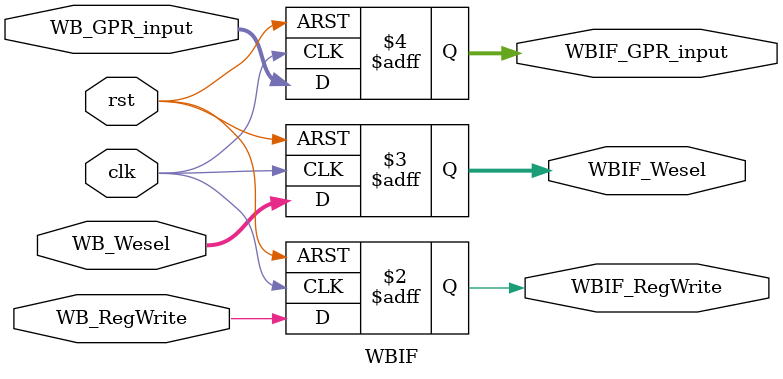
<source format=v>
module WBIF(clk,rst,
		WB_RegWrite,WB_Wesel,WB_GPR_input,
		WBIF_RegWrite,WBIF_Wesel,WBIF_GPR_input);
	
	input clk;
	input rst;
	
	input WB_RegWrite;
	input [4:0] WB_Wesel;
	input [31:0] WB_GPR_input;
	
	output reg WBIF_RegWrite;
	output reg [4:0] WBIF_Wesel;
	output reg [31:0] WBIF_GPR_input;
	
	always@(posedge clk or posedge rst)
	begin
		if(rst)
			begin
				WBIF_RegWrite=0;
				WBIF_Wesel=0;
				WBIF_GPR_input=0;
			end
		else
			begin
				WBIF_RegWrite=WB_RegWrite;
				WBIF_Wesel=WB_Wesel;
				WBIF_GPR_input=WB_GPR_input;
			end
	end
endmodule			

</source>
